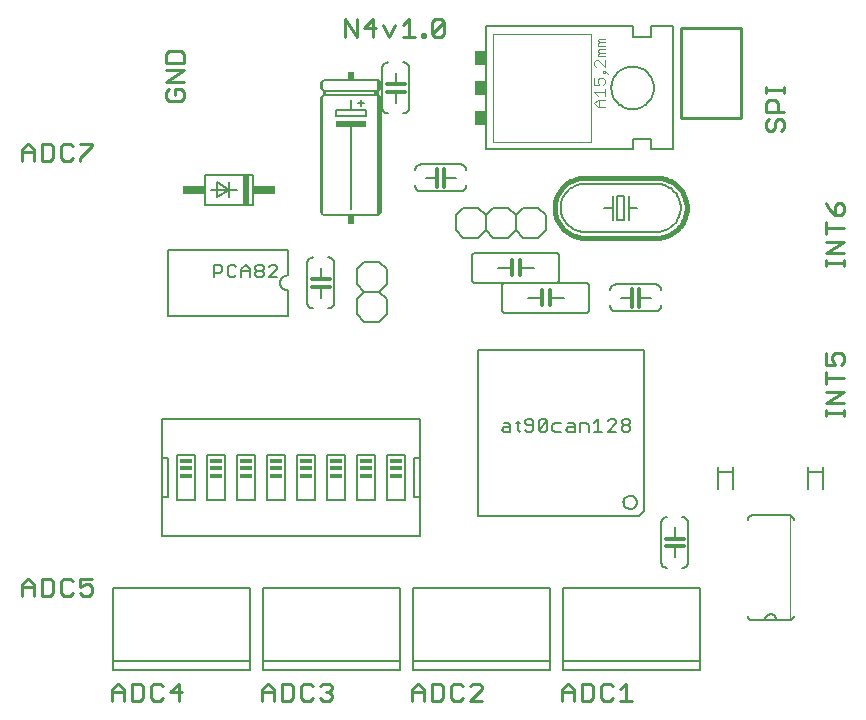
<source format=gto>
G75*
G70*
%OFA0B0*%
%FSLAX24Y24*%
%IPPOS*%
%LPD*%
%AMOC8*
5,1,8,0,0,1.08239X$1,22.5*
%
%ADD10C,0.0110*%
%ADD11C,0.0080*%
%ADD12C,0.0160*%
%ADD13C,0.0060*%
%ADD14C,0.0120*%
%ADD15R,0.0200X0.1000*%
%ADD16R,0.0750X0.0300*%
%ADD17C,0.0100*%
%ADD18R,0.1000X0.0200*%
%ADD19R,0.0200X0.0300*%
%ADD20C,0.0020*%
%ADD21C,0.0040*%
%ADD22R,0.0350X0.0500*%
%ADD23R,0.0400X0.0150*%
D10*
X003656Y000398D02*
X003656Y000791D01*
X003853Y000988D01*
X004049Y000791D01*
X004049Y000398D01*
X004300Y000398D02*
X004596Y000398D01*
X004694Y000496D01*
X004694Y000890D01*
X004596Y000988D01*
X004300Y000988D01*
X004300Y000398D01*
X004049Y000693D02*
X003656Y000693D01*
X004945Y000496D02*
X005043Y000398D01*
X005240Y000398D01*
X005339Y000496D01*
X005589Y000693D02*
X005983Y000693D01*
X005885Y000398D02*
X005885Y000988D01*
X005589Y000693D01*
X005339Y000890D02*
X005240Y000988D01*
X005043Y000988D01*
X004945Y000890D01*
X004945Y000496D01*
X008656Y000398D02*
X008656Y000791D01*
X008853Y000988D01*
X009049Y000791D01*
X009049Y000398D01*
X009300Y000398D02*
X009596Y000398D01*
X009694Y000496D01*
X009694Y000890D01*
X009596Y000988D01*
X009300Y000988D01*
X009300Y000398D01*
X009049Y000693D02*
X008656Y000693D01*
X009945Y000496D02*
X010043Y000398D01*
X010240Y000398D01*
X010339Y000496D01*
X010589Y000496D02*
X010688Y000398D01*
X010885Y000398D01*
X010983Y000496D01*
X010983Y000594D01*
X010885Y000693D01*
X010786Y000693D01*
X010885Y000693D02*
X010983Y000791D01*
X010983Y000890D01*
X010885Y000988D01*
X010688Y000988D01*
X010589Y000890D01*
X010339Y000890D02*
X010240Y000988D01*
X010043Y000988D01*
X009945Y000890D01*
X009945Y000496D01*
X013656Y000398D02*
X013656Y000791D01*
X013853Y000988D01*
X014049Y000791D01*
X014049Y000398D01*
X014300Y000398D02*
X014596Y000398D01*
X014694Y000496D01*
X014694Y000890D01*
X014596Y000988D01*
X014300Y000988D01*
X014300Y000398D01*
X014049Y000693D02*
X013656Y000693D01*
X014945Y000496D02*
X015043Y000398D01*
X015240Y000398D01*
X015339Y000496D01*
X015589Y000398D02*
X015983Y000791D01*
X015983Y000890D01*
X015885Y000988D01*
X015688Y000988D01*
X015589Y000890D01*
X015339Y000890D02*
X015240Y000988D01*
X015043Y000988D01*
X014945Y000890D01*
X014945Y000496D01*
X015589Y000398D02*
X015983Y000398D01*
X018656Y000398D02*
X018656Y000791D01*
X018853Y000988D01*
X019049Y000791D01*
X019049Y000398D01*
X019300Y000398D02*
X019596Y000398D01*
X019694Y000496D01*
X019694Y000890D01*
X019596Y000988D01*
X019300Y000988D01*
X019300Y000398D01*
X019049Y000693D02*
X018656Y000693D01*
X019945Y000496D02*
X020043Y000398D01*
X020240Y000398D01*
X020339Y000496D01*
X020589Y000398D02*
X020983Y000398D01*
X020786Y000398D02*
X020786Y000988D01*
X020589Y000791D01*
X020339Y000890D02*
X020240Y000988D01*
X020043Y000988D01*
X019945Y000890D01*
X019945Y000496D01*
X027455Y009898D02*
X027455Y010094D01*
X027455Y009996D02*
X028046Y009996D01*
X028046Y009898D02*
X028046Y010094D01*
X028046Y010327D02*
X027455Y010327D01*
X028046Y010721D01*
X027455Y010721D01*
X027455Y010972D02*
X027455Y011366D01*
X027455Y011169D02*
X028046Y011169D01*
X027947Y011616D02*
X028046Y011715D01*
X028046Y011912D01*
X027947Y012010D01*
X027751Y012010D01*
X027652Y011912D01*
X027652Y011813D01*
X027751Y011616D01*
X027455Y011616D01*
X027455Y012010D01*
X027455Y014898D02*
X027455Y015094D01*
X027455Y014996D02*
X028046Y014996D01*
X028046Y014898D02*
X028046Y015094D01*
X028046Y015327D02*
X027455Y015327D01*
X028046Y015721D01*
X027455Y015721D01*
X027455Y015972D02*
X027455Y016366D01*
X027455Y016169D02*
X028046Y016169D01*
X027947Y016616D02*
X027751Y016616D01*
X027751Y016912D01*
X027849Y017010D01*
X027947Y017010D01*
X028046Y016912D01*
X028046Y016715D01*
X027947Y016616D01*
X027751Y016616D02*
X027554Y016813D01*
X027455Y017010D01*
X025947Y019398D02*
X026046Y019496D01*
X026046Y019693D01*
X025947Y019791D01*
X025849Y019791D01*
X025751Y019693D01*
X025751Y019496D01*
X025652Y019398D01*
X025554Y019398D01*
X025455Y019496D01*
X025455Y019693D01*
X025554Y019791D01*
X025455Y020042D02*
X025455Y020337D01*
X025554Y020436D01*
X025751Y020436D01*
X025849Y020337D01*
X025849Y020042D01*
X026046Y020042D02*
X025455Y020042D01*
X025455Y020687D02*
X025455Y020884D01*
X025455Y020785D02*
X026046Y020785D01*
X026046Y020687D02*
X026046Y020884D01*
X014700Y022646D02*
X014601Y022548D01*
X014405Y022548D01*
X014306Y022646D01*
X014700Y023040D01*
X014700Y022646D01*
X014306Y022646D02*
X014306Y023040D01*
X014405Y023138D01*
X014601Y023138D01*
X014700Y023040D01*
X014082Y022646D02*
X014082Y022548D01*
X013984Y022548D01*
X013984Y022646D01*
X014082Y022646D01*
X013733Y022548D02*
X013339Y022548D01*
X013536Y022548D02*
X013536Y023138D01*
X013339Y022941D01*
X013089Y022941D02*
X012892Y022548D01*
X012695Y022941D01*
X012444Y022843D02*
X012050Y022843D01*
X012346Y023138D01*
X012346Y022548D01*
X011799Y022548D02*
X011799Y023138D01*
X011406Y023138D02*
X011799Y022548D01*
X011406Y022548D02*
X011406Y023138D01*
X006046Y021982D02*
X006046Y021687D01*
X005455Y021687D01*
X005455Y021982D01*
X005554Y022080D01*
X005947Y022080D01*
X006046Y021982D01*
X006046Y021436D02*
X005455Y021436D01*
X005455Y021042D02*
X006046Y021436D01*
X006046Y021042D02*
X005455Y021042D01*
X005554Y020791D02*
X005455Y020693D01*
X005455Y020496D01*
X005554Y020398D01*
X005947Y020398D01*
X006046Y020496D01*
X006046Y020693D01*
X005947Y020791D01*
X005751Y020791D01*
X005751Y020594D01*
X002983Y018988D02*
X002983Y018890D01*
X002589Y018496D01*
X002589Y018398D01*
X002339Y018496D02*
X002240Y018398D01*
X002043Y018398D01*
X001945Y018496D01*
X001945Y018890D01*
X002043Y018988D01*
X002240Y018988D01*
X002339Y018890D01*
X002589Y018988D02*
X002983Y018988D01*
X001694Y018890D02*
X001694Y018496D01*
X001596Y018398D01*
X001300Y018398D01*
X001300Y018988D01*
X001596Y018988D01*
X001694Y018890D01*
X001049Y018791D02*
X001049Y018398D01*
X001049Y018693D02*
X000656Y018693D01*
X000656Y018791D02*
X000853Y018988D01*
X001049Y018791D01*
X000656Y018791D02*
X000656Y018398D01*
X000853Y004488D02*
X001049Y004291D01*
X001049Y003898D01*
X001300Y003898D02*
X001596Y003898D01*
X001694Y003996D01*
X001694Y004390D01*
X001596Y004488D01*
X001300Y004488D01*
X001300Y003898D01*
X001049Y004193D02*
X000656Y004193D01*
X000656Y004291D02*
X000853Y004488D01*
X000656Y004291D02*
X000656Y003898D01*
X001945Y003996D02*
X002043Y003898D01*
X002240Y003898D01*
X002339Y003996D01*
X002589Y003996D02*
X002688Y003898D01*
X002885Y003898D01*
X002983Y003996D01*
X002983Y004193D01*
X002885Y004291D01*
X002786Y004291D01*
X002589Y004193D01*
X002589Y004488D01*
X002983Y004488D01*
X002339Y004390D02*
X002240Y004488D01*
X002043Y004488D01*
X001945Y004390D01*
X001945Y003996D01*
D11*
X003695Y004181D02*
X003695Y001740D01*
X008262Y001740D01*
X008262Y001425D01*
X003695Y001425D01*
X003695Y001740D01*
X003695Y004181D02*
X008262Y004181D01*
X008262Y001740D01*
X008695Y001740D02*
X013262Y001740D01*
X013262Y001425D01*
X008695Y001425D01*
X008695Y001740D01*
X008695Y004181D01*
X013262Y004181D01*
X013262Y001740D01*
X013695Y001740D02*
X013695Y001425D01*
X018262Y001425D01*
X018262Y001740D01*
X013695Y001740D01*
X013695Y004181D01*
X018262Y004181D01*
X018262Y001740D01*
X018695Y001740D02*
X023262Y001740D01*
X023262Y001425D01*
X018695Y001425D01*
X018695Y001740D01*
X018695Y004181D01*
X023262Y004181D01*
X023262Y001740D01*
X023845Y007488D02*
X023845Y008040D01*
X024357Y008040D01*
X024357Y007488D01*
X024357Y008040D02*
X024357Y008197D01*
X023845Y008197D02*
X023845Y008040D01*
X020911Y009453D02*
X020841Y009383D01*
X020701Y009383D01*
X020631Y009453D01*
X020631Y009523D01*
X020701Y009593D01*
X020841Y009593D01*
X020911Y009523D01*
X020911Y009453D01*
X020841Y009593D02*
X020911Y009663D01*
X020911Y009733D01*
X020841Y009803D01*
X020701Y009803D01*
X020631Y009733D01*
X020631Y009663D01*
X020701Y009593D01*
X020450Y009663D02*
X020450Y009733D01*
X020380Y009803D01*
X020240Y009803D01*
X020170Y009733D01*
X020450Y009663D02*
X020170Y009383D01*
X020450Y009383D01*
X019990Y009383D02*
X019710Y009383D01*
X019850Y009383D02*
X019850Y009803D01*
X019710Y009663D01*
X019530Y009593D02*
X019530Y009383D01*
X019530Y009593D02*
X019460Y009663D01*
X019249Y009663D01*
X019249Y009383D01*
X019069Y009383D02*
X018859Y009383D01*
X018789Y009453D01*
X018859Y009523D01*
X019069Y009523D01*
X019069Y009593D02*
X019069Y009383D01*
X019069Y009593D02*
X018999Y009663D01*
X018859Y009663D01*
X018609Y009663D02*
X018399Y009663D01*
X018329Y009593D01*
X018329Y009453D01*
X018399Y009383D01*
X018609Y009383D01*
X018149Y009453D02*
X018149Y009733D01*
X017868Y009453D01*
X017938Y009383D01*
X018079Y009383D01*
X018149Y009453D01*
X018149Y009733D02*
X018079Y009803D01*
X017938Y009803D01*
X017868Y009733D01*
X017868Y009453D01*
X017688Y009453D02*
X017688Y009733D01*
X017618Y009803D01*
X017478Y009803D01*
X017408Y009733D01*
X017408Y009663D01*
X017478Y009593D01*
X017688Y009593D01*
X017688Y009453D02*
X017618Y009383D01*
X017478Y009383D01*
X017408Y009453D01*
X017241Y009383D02*
X017171Y009453D01*
X017171Y009733D01*
X017101Y009663D02*
X017241Y009663D01*
X016921Y009593D02*
X016921Y009383D01*
X016711Y009383D01*
X016641Y009453D01*
X016711Y009523D01*
X016921Y009523D01*
X016921Y009593D02*
X016851Y009663D01*
X016711Y009663D01*
X013901Y009793D02*
X013901Y008493D01*
X013901Y007193D01*
X013701Y007193D01*
X013701Y008493D01*
X013901Y008493D01*
X013401Y008593D02*
X012801Y008593D01*
X012801Y007093D01*
X013401Y007093D01*
X013401Y008593D01*
X012401Y008593D02*
X011801Y008593D01*
X011801Y007093D01*
X012401Y007093D01*
X012401Y008593D01*
X011401Y008593D02*
X010801Y008593D01*
X010801Y007093D01*
X011401Y007093D01*
X011401Y008593D01*
X010401Y008593D02*
X009801Y008593D01*
X009801Y007093D01*
X010401Y007093D01*
X010401Y008593D01*
X009401Y008593D02*
X008801Y008593D01*
X008801Y007093D01*
X009401Y007093D01*
X009401Y008593D01*
X008401Y008593D02*
X007801Y008593D01*
X007801Y007093D01*
X008401Y007093D01*
X008401Y008593D01*
X007401Y008593D02*
X006801Y008593D01*
X006801Y007093D01*
X007401Y007093D01*
X007401Y008593D01*
X006401Y008593D02*
X005801Y008593D01*
X005801Y007093D01*
X006401Y007093D01*
X006401Y008593D01*
X005501Y008493D02*
X005301Y008493D01*
X005301Y007193D01*
X005301Y005893D01*
X013901Y005893D01*
X013901Y007193D01*
X013901Y009793D02*
X005301Y009793D01*
X005301Y008493D01*
X005501Y008493D02*
X005501Y007193D01*
X005301Y007193D01*
X007041Y014533D02*
X007041Y014953D01*
X007251Y014953D01*
X007321Y014883D01*
X007321Y014743D01*
X007251Y014673D01*
X007041Y014673D01*
X007501Y014603D02*
X007571Y014533D01*
X007711Y014533D01*
X007781Y014603D01*
X007961Y014533D02*
X007961Y014813D01*
X008102Y014953D01*
X008242Y014813D01*
X008242Y014533D01*
X008422Y014603D02*
X008422Y014673D01*
X008492Y014743D01*
X008632Y014743D01*
X008702Y014673D01*
X008702Y014603D01*
X008632Y014533D01*
X008492Y014533D01*
X008422Y014603D01*
X008492Y014743D02*
X008422Y014813D01*
X008422Y014883D01*
X008492Y014953D01*
X008632Y014953D01*
X008702Y014883D01*
X008702Y014813D01*
X008632Y014743D01*
X008882Y014883D02*
X008952Y014953D01*
X009092Y014953D01*
X009162Y014883D01*
X009162Y014813D01*
X008882Y014533D01*
X009162Y014533D01*
X008242Y014743D02*
X007961Y014743D01*
X007781Y014883D02*
X007711Y014953D01*
X007571Y014953D01*
X007501Y014883D01*
X007501Y014603D01*
X026845Y008197D02*
X026845Y008040D01*
X027357Y008040D01*
X027357Y007488D01*
X026845Y007488D02*
X026845Y008040D01*
X027357Y008040D02*
X027357Y008197D01*
D12*
X021801Y015843D02*
X019401Y015843D01*
X019339Y015845D01*
X019278Y015851D01*
X019217Y015860D01*
X019157Y015873D01*
X019098Y015890D01*
X019040Y015911D01*
X018983Y015935D01*
X018928Y015962D01*
X018875Y015993D01*
X018823Y016027D01*
X018774Y016064D01*
X018727Y016104D01*
X018683Y016147D01*
X018642Y016192D01*
X018603Y016240D01*
X018567Y016291D01*
X018535Y016343D01*
X018506Y016397D01*
X018480Y016453D01*
X018458Y016511D01*
X018439Y016569D01*
X018424Y016629D01*
X018413Y016690D01*
X018405Y016751D01*
X018401Y016812D01*
X018401Y016874D01*
X018405Y016935D01*
X018413Y016996D01*
X018424Y017057D01*
X018439Y017117D01*
X018458Y017175D01*
X018480Y017233D01*
X018506Y017289D01*
X018535Y017343D01*
X018567Y017395D01*
X018603Y017446D01*
X018642Y017494D01*
X018683Y017539D01*
X018727Y017582D01*
X018774Y017622D01*
X018823Y017659D01*
X018875Y017693D01*
X018928Y017724D01*
X018983Y017751D01*
X019040Y017775D01*
X019098Y017796D01*
X019157Y017813D01*
X019217Y017826D01*
X019278Y017835D01*
X019339Y017841D01*
X019401Y017843D01*
X021801Y017843D01*
X021863Y017841D01*
X021924Y017835D01*
X021985Y017826D01*
X022045Y017813D01*
X022104Y017796D01*
X022162Y017775D01*
X022219Y017751D01*
X022274Y017724D01*
X022327Y017693D01*
X022379Y017659D01*
X022428Y017622D01*
X022475Y017582D01*
X022519Y017539D01*
X022560Y017494D01*
X022599Y017446D01*
X022635Y017395D01*
X022667Y017343D01*
X022696Y017289D01*
X022722Y017233D01*
X022744Y017175D01*
X022763Y017117D01*
X022778Y017057D01*
X022789Y016996D01*
X022797Y016935D01*
X022801Y016874D01*
X022801Y016812D01*
X022797Y016751D01*
X022789Y016690D01*
X022778Y016629D01*
X022763Y016569D01*
X022744Y016511D01*
X022722Y016453D01*
X022696Y016397D01*
X022667Y016343D01*
X022635Y016291D01*
X022599Y016240D01*
X022560Y016192D01*
X022519Y016147D01*
X022475Y016104D01*
X022428Y016064D01*
X022379Y016027D01*
X022327Y015993D01*
X022274Y015962D01*
X022219Y015935D01*
X022162Y015911D01*
X022104Y015890D01*
X022045Y015873D01*
X021985Y015860D01*
X021924Y015851D01*
X021863Y015845D01*
X021801Y015843D01*
D13*
X021801Y016043D02*
X019401Y016043D01*
X019345Y016045D01*
X019290Y016051D01*
X019235Y016060D01*
X019180Y016074D01*
X019127Y016091D01*
X019076Y016112D01*
X019025Y016137D01*
X018977Y016165D01*
X018931Y016196D01*
X018887Y016230D01*
X018845Y016268D01*
X018806Y016308D01*
X018771Y016350D01*
X018738Y016396D01*
X018708Y016443D01*
X018682Y016492D01*
X018659Y016543D01*
X018640Y016596D01*
X018625Y016649D01*
X018613Y016704D01*
X018605Y016759D01*
X018601Y016815D01*
X018601Y016871D01*
X018605Y016927D01*
X018613Y016982D01*
X018625Y017037D01*
X018640Y017090D01*
X018659Y017143D01*
X018682Y017194D01*
X018708Y017243D01*
X018738Y017290D01*
X018771Y017336D01*
X018806Y017378D01*
X018845Y017418D01*
X018887Y017456D01*
X018931Y017490D01*
X018977Y017521D01*
X019025Y017549D01*
X019076Y017574D01*
X019127Y017595D01*
X019180Y017612D01*
X019235Y017626D01*
X019290Y017635D01*
X019345Y017641D01*
X019401Y017643D01*
X021801Y017643D01*
X020871Y017243D02*
X020871Y016843D01*
X020871Y016443D01*
X020721Y016443D02*
X020721Y017243D01*
X020471Y017243D01*
X020471Y016443D01*
X020721Y016443D01*
X020331Y016443D02*
X020331Y016843D01*
X020051Y016843D01*
X020331Y016843D02*
X020331Y017243D01*
X020871Y016843D02*
X021151Y016843D01*
X021801Y016043D02*
X021857Y016045D01*
X021912Y016051D01*
X021967Y016060D01*
X022022Y016074D01*
X022075Y016091D01*
X022126Y016112D01*
X022177Y016137D01*
X022225Y016165D01*
X022271Y016196D01*
X022315Y016230D01*
X022357Y016268D01*
X022396Y016308D01*
X022431Y016350D01*
X022464Y016396D01*
X022494Y016443D01*
X022520Y016492D01*
X022543Y016543D01*
X022562Y016596D01*
X022577Y016649D01*
X022589Y016704D01*
X022597Y016759D01*
X022601Y016815D01*
X022601Y016871D01*
X022597Y016927D01*
X022589Y016982D01*
X022577Y017037D01*
X022562Y017090D01*
X022543Y017143D01*
X022520Y017194D01*
X022494Y017243D01*
X022464Y017290D01*
X022431Y017336D01*
X022396Y017378D01*
X022357Y017418D01*
X022315Y017456D01*
X022271Y017490D01*
X022225Y017521D01*
X022177Y017549D01*
X022126Y017574D01*
X022075Y017595D01*
X022022Y017612D01*
X021967Y017626D01*
X021912Y017635D01*
X021857Y017641D01*
X021801Y017643D01*
X021601Y018793D02*
X022351Y018793D01*
X022351Y022893D01*
X021601Y022893D01*
X021601Y022543D01*
X021001Y022543D01*
X021001Y022893D01*
X016101Y022893D01*
X016101Y018793D01*
X021001Y018793D01*
X021001Y019143D01*
X021601Y019143D01*
X021601Y018793D01*
X020291Y020843D02*
X020293Y020896D01*
X020299Y020949D01*
X020309Y021001D01*
X020323Y021052D01*
X020340Y021102D01*
X020361Y021151D01*
X020386Y021198D01*
X020414Y021243D01*
X020446Y021286D01*
X020481Y021326D01*
X020518Y021363D01*
X020558Y021398D01*
X020601Y021430D01*
X020646Y021458D01*
X020693Y021483D01*
X020742Y021504D01*
X020792Y021521D01*
X020843Y021535D01*
X020895Y021545D01*
X020948Y021551D01*
X021001Y021553D01*
X021054Y021551D01*
X021107Y021545D01*
X021159Y021535D01*
X021210Y021521D01*
X021260Y021504D01*
X021309Y021483D01*
X021356Y021458D01*
X021401Y021430D01*
X021444Y021398D01*
X021484Y021363D01*
X021521Y021326D01*
X021556Y021286D01*
X021588Y021243D01*
X021616Y021198D01*
X021641Y021151D01*
X021662Y021102D01*
X021679Y021052D01*
X021693Y021001D01*
X021703Y020949D01*
X021709Y020896D01*
X021711Y020843D01*
X021709Y020790D01*
X021703Y020737D01*
X021693Y020685D01*
X021679Y020634D01*
X021662Y020584D01*
X021641Y020535D01*
X021616Y020488D01*
X021588Y020443D01*
X021556Y020400D01*
X021521Y020360D01*
X021484Y020323D01*
X021444Y020288D01*
X021401Y020256D01*
X021356Y020228D01*
X021309Y020203D01*
X021260Y020182D01*
X021210Y020165D01*
X021159Y020151D01*
X021107Y020141D01*
X021054Y020135D01*
X021001Y020133D01*
X020948Y020135D01*
X020895Y020141D01*
X020843Y020151D01*
X020792Y020165D01*
X020742Y020182D01*
X020693Y020203D01*
X020646Y020228D01*
X020601Y020256D01*
X020558Y020288D01*
X020518Y020323D01*
X020481Y020360D01*
X020446Y020400D01*
X020414Y020443D01*
X020386Y020488D01*
X020361Y020535D01*
X020340Y020584D01*
X020323Y020634D01*
X020309Y020685D01*
X020299Y020737D01*
X020293Y020790D01*
X020291Y020843D01*
X017851Y016843D02*
X017351Y016843D01*
X017101Y016593D01*
X016851Y016843D01*
X016351Y016843D01*
X016101Y016593D01*
X015851Y016843D01*
X015351Y016843D01*
X015101Y016593D01*
X015101Y016093D01*
X015351Y015843D01*
X015851Y015843D01*
X016101Y016093D01*
X016101Y016593D01*
X016101Y016093D02*
X016351Y015843D01*
X016851Y015843D01*
X017101Y016093D01*
X017101Y016593D01*
X017101Y016093D02*
X017351Y015843D01*
X017851Y015843D01*
X018101Y016093D01*
X018101Y016593D01*
X017851Y016843D01*
X018451Y015343D02*
X015751Y015343D01*
X015734Y015341D01*
X015717Y015337D01*
X015701Y015330D01*
X015687Y015320D01*
X015674Y015307D01*
X015664Y015293D01*
X015657Y015277D01*
X015653Y015260D01*
X015651Y015243D01*
X015651Y014443D01*
X015653Y014426D01*
X015657Y014409D01*
X015664Y014393D01*
X015674Y014379D01*
X015687Y014366D01*
X015701Y014356D01*
X015717Y014349D01*
X015734Y014345D01*
X015751Y014343D01*
X018451Y014343D01*
X018468Y014345D01*
X018485Y014349D01*
X018501Y014356D01*
X018515Y014366D01*
X018528Y014379D01*
X018538Y014393D01*
X018545Y014409D01*
X018549Y014426D01*
X018551Y014443D01*
X018551Y015243D01*
X018549Y015260D01*
X018545Y015277D01*
X018538Y015293D01*
X018528Y015307D01*
X018515Y015320D01*
X018501Y015330D01*
X018485Y015337D01*
X018468Y015341D01*
X018451Y015343D01*
X017701Y014843D02*
X017231Y014843D01*
X016981Y014843D02*
X016501Y014843D01*
X016751Y014343D02*
X019451Y014343D01*
X019468Y014341D01*
X019485Y014337D01*
X019501Y014330D01*
X019515Y014320D01*
X019528Y014307D01*
X019538Y014293D01*
X019545Y014277D01*
X019549Y014260D01*
X019551Y014243D01*
X019551Y013443D01*
X019549Y013426D01*
X019545Y013409D01*
X019538Y013393D01*
X019528Y013379D01*
X019515Y013366D01*
X019501Y013356D01*
X019485Y013349D01*
X019468Y013345D01*
X019451Y013343D01*
X016751Y013343D01*
X016734Y013345D01*
X016717Y013349D01*
X016701Y013356D01*
X016687Y013366D01*
X016674Y013379D01*
X016664Y013393D01*
X016657Y013409D01*
X016653Y013426D01*
X016651Y013443D01*
X016651Y014243D01*
X016653Y014260D01*
X016657Y014277D01*
X016664Y014293D01*
X016674Y014307D01*
X016687Y014320D01*
X016701Y014330D01*
X016717Y014337D01*
X016734Y014341D01*
X016751Y014343D01*
X017501Y013843D02*
X017981Y013843D01*
X018231Y013843D02*
X018701Y013843D01*
X020251Y014093D02*
X020253Y014119D01*
X020258Y014145D01*
X020266Y014170D01*
X020278Y014193D01*
X020292Y014215D01*
X020310Y014234D01*
X020329Y014252D01*
X020351Y014266D01*
X020374Y014278D01*
X020399Y014286D01*
X020425Y014291D01*
X020451Y014293D01*
X021751Y014293D01*
X021777Y014291D01*
X021803Y014286D01*
X021828Y014278D01*
X021851Y014266D01*
X021873Y014252D01*
X021892Y014234D01*
X021910Y014215D01*
X021924Y014193D01*
X021936Y014170D01*
X021944Y014145D01*
X021949Y014119D01*
X021951Y014093D01*
X021601Y013843D02*
X021221Y013843D01*
X020971Y013843D02*
X020601Y013843D01*
X020251Y013593D02*
X020253Y013567D01*
X020258Y013541D01*
X020266Y013516D01*
X020278Y013493D01*
X020292Y013471D01*
X020310Y013452D01*
X020329Y013434D01*
X020351Y013420D01*
X020374Y013408D01*
X020399Y013400D01*
X020425Y013395D01*
X020451Y013393D01*
X021751Y013393D01*
X021777Y013395D01*
X021803Y013400D01*
X021828Y013408D01*
X021851Y013420D01*
X021873Y013434D01*
X021892Y013452D01*
X021910Y013471D01*
X021924Y013493D01*
X021936Y013516D01*
X021944Y013541D01*
X021949Y013567D01*
X021951Y013593D01*
X021371Y012113D02*
X021371Y006743D01*
X021201Y006573D01*
X015831Y006573D01*
X015831Y012113D01*
X021371Y012113D01*
X020696Y007028D02*
X020698Y007057D01*
X020704Y007086D01*
X020713Y007114D01*
X020727Y007140D01*
X020743Y007164D01*
X020763Y007186D01*
X020786Y007205D01*
X020810Y007221D01*
X020837Y007233D01*
X020865Y007242D01*
X020894Y007247D01*
X020923Y007248D01*
X020953Y007245D01*
X020981Y007238D01*
X021009Y007228D01*
X021034Y007213D01*
X021058Y007196D01*
X021079Y007176D01*
X021097Y007153D01*
X021112Y007127D01*
X021124Y007100D01*
X021132Y007072D01*
X021136Y007043D01*
X021136Y007013D01*
X021132Y006984D01*
X021124Y006956D01*
X021112Y006929D01*
X021097Y006903D01*
X021079Y006880D01*
X021058Y006860D01*
X021034Y006843D01*
X021009Y006828D01*
X020981Y006818D01*
X020953Y006811D01*
X020923Y006808D01*
X020894Y006809D01*
X020865Y006814D01*
X020837Y006823D01*
X020810Y006835D01*
X020786Y006851D01*
X020763Y006870D01*
X020743Y006892D01*
X020727Y006916D01*
X020713Y006942D01*
X020704Y006970D01*
X020698Y006999D01*
X020696Y007028D01*
X021951Y006343D02*
X021951Y005043D01*
X021953Y005017D01*
X021958Y004991D01*
X021966Y004966D01*
X021978Y004943D01*
X021992Y004921D01*
X022010Y004902D01*
X022029Y004884D01*
X022051Y004870D01*
X022074Y004858D01*
X022099Y004850D01*
X022125Y004845D01*
X022151Y004843D01*
X022401Y005193D02*
X022401Y005563D01*
X022401Y005813D02*
X022401Y006193D01*
X022651Y006543D02*
X022677Y006541D01*
X022703Y006536D01*
X022728Y006528D01*
X022751Y006516D01*
X022773Y006502D01*
X022792Y006484D01*
X022810Y006465D01*
X022824Y006443D01*
X022836Y006420D01*
X022844Y006395D01*
X022849Y006369D01*
X022851Y006343D01*
X022851Y005043D01*
X022849Y005017D01*
X022844Y004991D01*
X022836Y004966D01*
X022824Y004943D01*
X022810Y004921D01*
X022792Y004902D01*
X022773Y004884D01*
X022751Y004870D01*
X022728Y004858D01*
X022703Y004850D01*
X022677Y004845D01*
X022651Y004843D01*
X021951Y006343D02*
X021953Y006369D01*
X021958Y006395D01*
X021966Y006420D01*
X021978Y006443D01*
X021992Y006465D01*
X022010Y006484D01*
X022029Y006502D01*
X022051Y006516D01*
X022074Y006528D01*
X022099Y006536D01*
X022125Y006541D01*
X022151Y006543D01*
X024981Y006593D02*
X026221Y006593D01*
X026244Y006591D01*
X026267Y006586D01*
X026289Y006577D01*
X026309Y006564D01*
X026327Y006549D01*
X026342Y006531D01*
X026355Y006511D01*
X026364Y006489D01*
X026369Y006466D01*
X026371Y006443D01*
X024981Y006593D02*
X024958Y006591D01*
X024935Y006586D01*
X024913Y006577D01*
X024893Y006564D01*
X024875Y006549D01*
X024860Y006531D01*
X024847Y006511D01*
X024838Y006489D01*
X024833Y006466D01*
X024831Y006443D01*
X024831Y003243D02*
X024833Y003220D01*
X024838Y003197D01*
X024847Y003175D01*
X024860Y003155D01*
X024875Y003137D01*
X024893Y003122D01*
X024913Y003109D01*
X024935Y003100D01*
X024958Y003095D01*
X024981Y003093D01*
X025401Y003093D01*
X025801Y003093D01*
X026221Y003093D01*
X026244Y003095D01*
X026267Y003100D01*
X026289Y003109D01*
X026309Y003122D01*
X026327Y003137D01*
X026342Y003155D01*
X026355Y003175D01*
X026364Y003197D01*
X026369Y003220D01*
X026371Y003243D01*
X025801Y003093D02*
X025799Y003120D01*
X025794Y003147D01*
X025784Y003173D01*
X025772Y003197D01*
X025756Y003219D01*
X025738Y003239D01*
X025716Y003256D01*
X025693Y003271D01*
X025668Y003281D01*
X025642Y003289D01*
X025615Y003293D01*
X025587Y003293D01*
X025560Y003289D01*
X025534Y003281D01*
X025509Y003271D01*
X025486Y003256D01*
X025464Y003239D01*
X025446Y003219D01*
X025430Y003197D01*
X025418Y003173D01*
X025408Y003147D01*
X025403Y003120D01*
X025401Y003093D01*
X012801Y013293D02*
X012801Y013793D01*
X012551Y014043D01*
X012801Y014293D01*
X012801Y014793D01*
X012551Y015043D01*
X012051Y015043D01*
X011801Y014793D01*
X011801Y014293D01*
X012051Y014043D01*
X012551Y014043D01*
X012051Y014043D02*
X011801Y013793D01*
X011801Y013293D01*
X012051Y013043D01*
X012551Y013043D01*
X012801Y013293D01*
X011051Y013693D02*
X011051Y014993D01*
X011049Y015019D01*
X011044Y015045D01*
X011036Y015070D01*
X011024Y015093D01*
X011010Y015115D01*
X010992Y015134D01*
X010973Y015152D01*
X010951Y015166D01*
X010928Y015178D01*
X010903Y015186D01*
X010877Y015191D01*
X010851Y015193D01*
X010601Y014843D02*
X010601Y014463D01*
X010601Y014213D02*
X010601Y013843D01*
X010851Y013493D02*
X010877Y013495D01*
X010903Y013500D01*
X010928Y013508D01*
X010951Y013520D01*
X010973Y013534D01*
X010992Y013552D01*
X011010Y013571D01*
X011024Y013593D01*
X011036Y013616D01*
X011044Y013641D01*
X011049Y013667D01*
X011051Y013693D01*
X010351Y013493D02*
X010325Y013495D01*
X010299Y013500D01*
X010274Y013508D01*
X010251Y013520D01*
X010229Y013534D01*
X010210Y013552D01*
X010192Y013571D01*
X010178Y013593D01*
X010166Y013616D01*
X010158Y013641D01*
X010153Y013667D01*
X010151Y013693D01*
X010151Y014993D01*
X010153Y015019D01*
X010158Y015045D01*
X010166Y015070D01*
X010178Y015093D01*
X010192Y015115D01*
X010210Y015134D01*
X010229Y015152D01*
X010251Y015166D01*
X010274Y015178D01*
X010299Y015186D01*
X010325Y015191D01*
X010351Y015193D01*
X009501Y015443D02*
X009501Y014593D01*
X009471Y014591D01*
X009441Y014586D01*
X009412Y014577D01*
X009385Y014564D01*
X009359Y014549D01*
X009335Y014530D01*
X009314Y014509D01*
X009295Y014485D01*
X009280Y014459D01*
X009267Y014432D01*
X009258Y014403D01*
X009253Y014373D01*
X009251Y014343D01*
X009253Y014313D01*
X009258Y014283D01*
X009267Y014254D01*
X009280Y014227D01*
X009295Y014201D01*
X009314Y014177D01*
X009335Y014156D01*
X009359Y014137D01*
X009385Y014122D01*
X009412Y014109D01*
X009441Y014100D01*
X009471Y014095D01*
X009501Y014093D01*
X009501Y013243D01*
X005501Y013243D01*
X005501Y015443D01*
X009501Y015443D01*
X010701Y016593D02*
X010651Y016643D01*
X010601Y016693D01*
X010601Y020493D01*
X010621Y020493D01*
X010621Y016693D01*
X010651Y016643D02*
X010651Y020543D01*
X010601Y020493D01*
X010651Y020543D02*
X010701Y020593D01*
X010721Y020593D01*
X010721Y020743D01*
X010701Y020743D01*
X010651Y020793D01*
X010651Y021043D01*
X010601Y020993D01*
X010621Y020993D01*
X010621Y020843D01*
X010601Y020843D02*
X010601Y020993D01*
X010651Y021043D02*
X010701Y021093D01*
X012501Y021093D01*
X012501Y020743D01*
X012501Y020593D01*
X012501Y016593D01*
X010701Y016593D01*
X011601Y016793D02*
X011601Y019593D01*
X011101Y019893D02*
X012101Y019893D01*
X012101Y020093D01*
X011601Y020093D01*
X011101Y020093D01*
X011101Y019893D01*
X011601Y020093D02*
X011601Y020443D01*
X011851Y020343D02*
X012051Y020343D01*
X011951Y020443D02*
X011951Y020243D01*
X012401Y020593D02*
X010751Y020593D01*
X010751Y020743D01*
X010721Y020743D01*
X010701Y020743D02*
X010701Y020593D01*
X010721Y020593D02*
X010751Y020593D01*
X010751Y020743D02*
X012401Y020743D01*
X012401Y020593D01*
X012501Y020593D01*
X012601Y020493D01*
X012601Y016693D01*
X012501Y016593D01*
X013951Y017393D02*
X015251Y017393D01*
X015277Y017395D01*
X015303Y017400D01*
X015328Y017408D01*
X015351Y017420D01*
X015373Y017434D01*
X015392Y017452D01*
X015410Y017471D01*
X015424Y017493D01*
X015436Y017516D01*
X015444Y017541D01*
X015449Y017567D01*
X015451Y017593D01*
X015101Y017843D02*
X014721Y017843D01*
X014471Y017843D02*
X014101Y017843D01*
X013751Y018093D02*
X013753Y018119D01*
X013758Y018145D01*
X013766Y018170D01*
X013778Y018193D01*
X013792Y018215D01*
X013810Y018234D01*
X013829Y018252D01*
X013851Y018266D01*
X013874Y018278D01*
X013899Y018286D01*
X013925Y018291D01*
X013951Y018293D01*
X015251Y018293D01*
X015277Y018291D01*
X015303Y018286D01*
X015328Y018278D01*
X015351Y018266D01*
X015373Y018252D01*
X015392Y018234D01*
X015410Y018215D01*
X015424Y018193D01*
X015436Y018170D01*
X015444Y018145D01*
X015449Y018119D01*
X015451Y018093D01*
X013951Y017393D02*
X013925Y017395D01*
X013899Y017400D01*
X013874Y017408D01*
X013851Y017420D01*
X013829Y017434D01*
X013810Y017452D01*
X013792Y017471D01*
X013778Y017493D01*
X013766Y017516D01*
X013758Y017541D01*
X013753Y017567D01*
X013751Y017593D01*
X013551Y020193D02*
X013551Y021493D01*
X013549Y021519D01*
X013544Y021545D01*
X013536Y021570D01*
X013524Y021593D01*
X013510Y021615D01*
X013492Y021634D01*
X013473Y021652D01*
X013451Y021666D01*
X013428Y021678D01*
X013403Y021686D01*
X013377Y021691D01*
X013351Y021693D01*
X013101Y021343D02*
X013101Y020963D01*
X013101Y020713D02*
X013101Y020343D01*
X013351Y019993D02*
X013377Y019995D01*
X013403Y020000D01*
X013428Y020008D01*
X013451Y020020D01*
X013473Y020034D01*
X013492Y020052D01*
X013510Y020071D01*
X013524Y020093D01*
X013536Y020116D01*
X013544Y020141D01*
X013549Y020167D01*
X013551Y020193D01*
X012851Y019993D02*
X012825Y019995D01*
X012799Y020000D01*
X012774Y020008D01*
X012751Y020020D01*
X012729Y020034D01*
X012710Y020052D01*
X012692Y020071D01*
X012678Y020093D01*
X012666Y020116D01*
X012658Y020141D01*
X012653Y020167D01*
X012651Y020193D01*
X012651Y021493D01*
X012653Y021519D01*
X012658Y021545D01*
X012666Y021570D01*
X012678Y021593D01*
X012692Y021615D01*
X012710Y021634D01*
X012729Y021652D01*
X012751Y021666D01*
X012774Y021678D01*
X012799Y021686D01*
X012825Y021691D01*
X012851Y021693D01*
X012501Y021093D02*
X012601Y020993D01*
X012601Y020843D01*
X012501Y020743D01*
X012401Y020743D01*
X010651Y020793D02*
X010601Y020843D01*
X008351Y017943D02*
X008351Y016943D01*
X006751Y016943D01*
X006751Y017943D01*
X008351Y017943D01*
X007801Y017443D02*
X007551Y017443D01*
X007551Y017693D01*
X007551Y017443D02*
X007551Y017193D01*
X007551Y017443D02*
X007151Y017193D01*
X007151Y017693D01*
X007551Y017443D01*
X006951Y017443D01*
D14*
X010301Y014463D02*
X010601Y014463D01*
X010901Y014463D01*
X010901Y014213D02*
X010601Y014213D01*
X010301Y014213D01*
X012551Y016693D02*
X012551Y020493D01*
X012451Y020643D02*
X012451Y020693D01*
X012551Y020843D02*
X012551Y020993D01*
X012801Y020963D02*
X013101Y020963D01*
X013401Y020963D01*
X013401Y020713D02*
X013101Y020713D01*
X012801Y020713D01*
X014471Y018143D02*
X014471Y017843D01*
X014471Y017543D01*
X014721Y017543D02*
X014721Y017843D01*
X014721Y018143D01*
X016981Y015093D02*
X016981Y014843D01*
X016981Y014593D01*
X017231Y014593D02*
X017231Y014843D01*
X017231Y015093D01*
X017981Y014093D02*
X017981Y013843D01*
X017981Y013593D01*
X018231Y013593D02*
X018231Y013843D01*
X018231Y014093D01*
X020971Y014143D02*
X020971Y013843D01*
X020971Y013543D01*
X021221Y013543D02*
X021221Y013843D01*
X021221Y014143D01*
X022101Y005813D02*
X022401Y005813D01*
X022701Y005813D01*
X022701Y005563D02*
X022401Y005563D01*
X022101Y005563D01*
D15*
X008101Y017443D03*
D16*
X008726Y017443D03*
X006376Y017443D03*
D17*
X022601Y019843D02*
X024601Y019843D01*
X024601Y022843D01*
X022601Y022843D01*
X022601Y019843D01*
D18*
X011601Y019643D03*
D19*
X011601Y021243D03*
X011601Y016443D03*
D20*
X016351Y019043D02*
X019601Y019043D01*
X019601Y022643D01*
X016351Y022643D01*
X016351Y019043D01*
X026231Y006593D02*
X026231Y003093D01*
D21*
X020071Y020219D02*
X019837Y020219D01*
X019721Y020335D01*
X019837Y020452D01*
X020071Y020452D01*
X020071Y020578D02*
X020071Y020811D01*
X020071Y020694D02*
X019721Y020694D01*
X019837Y020578D01*
X019896Y020452D02*
X019896Y020219D01*
X019896Y020937D02*
X019837Y021054D01*
X019837Y021112D01*
X019896Y021170D01*
X020012Y021170D01*
X020071Y021112D01*
X020071Y020995D01*
X020012Y020937D01*
X019896Y020937D02*
X019721Y020937D01*
X019721Y021170D01*
X020012Y021354D02*
X020071Y021354D01*
X020071Y021413D01*
X020012Y021413D01*
X020012Y021354D01*
X020071Y021413D02*
X020188Y021296D01*
X020071Y021535D02*
X019837Y021769D01*
X019779Y021769D01*
X019721Y021710D01*
X019721Y021594D01*
X019779Y021535D01*
X020071Y021535D02*
X020071Y021769D01*
X020071Y021894D02*
X019837Y021894D01*
X019837Y021953D01*
X019896Y022011D01*
X019837Y022070D01*
X019896Y022128D01*
X020071Y022128D01*
X020071Y022011D02*
X019896Y022011D01*
X019837Y022254D02*
X019837Y022312D01*
X019896Y022370D01*
X019837Y022429D01*
X019896Y022487D01*
X020071Y022487D01*
X020071Y022370D02*
X019896Y022370D01*
X019837Y022254D02*
X020071Y022254D01*
D22*
X015926Y021843D03*
X015926Y020843D03*
X015926Y019843D03*
D23*
X013101Y008418D03*
X013101Y008168D03*
X013101Y007918D03*
X012101Y007918D03*
X012101Y008168D03*
X012101Y008418D03*
X011101Y008418D03*
X011101Y008168D03*
X011101Y007918D03*
X010101Y007918D03*
X010101Y008168D03*
X010101Y008418D03*
X009101Y008418D03*
X009101Y008168D03*
X009101Y007918D03*
X008101Y007918D03*
X008101Y008168D03*
X008101Y008418D03*
X007101Y008418D03*
X007101Y008168D03*
X007101Y007918D03*
X006101Y007918D03*
X006101Y008168D03*
X006101Y008418D03*
M02*

</source>
